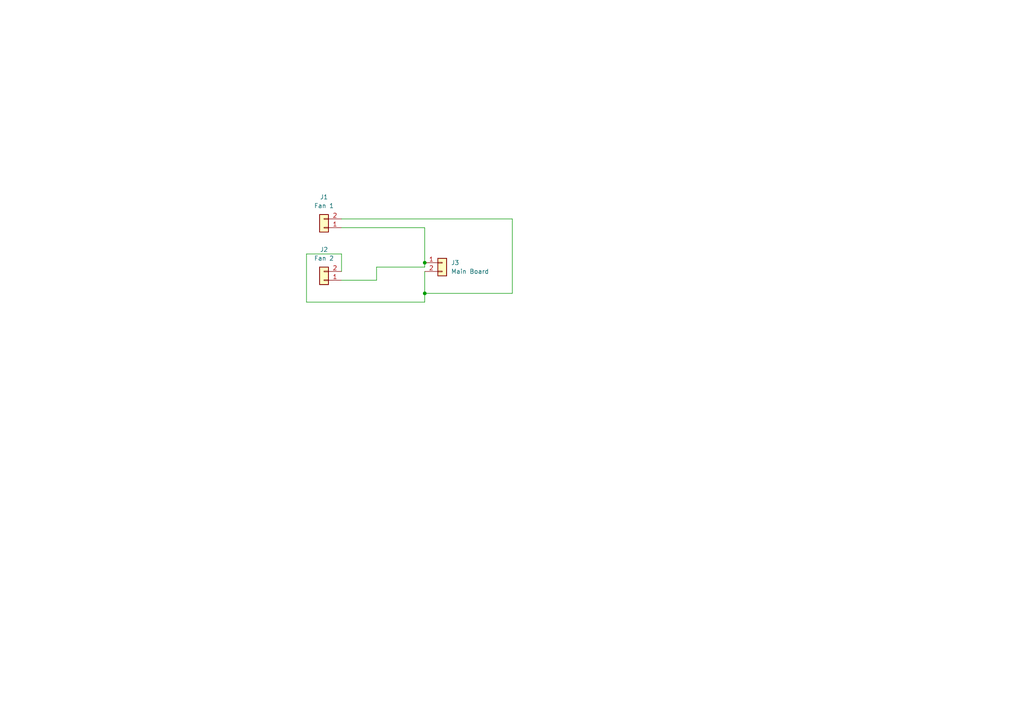
<source format=kicad_sch>
(kicad_sch (version 20211123) (generator eeschema)
  (paper "A4")
  (lib_symbols
    (symbol "Connector_Generic:Conn_01x02" (pin_names (offset 1.016) hide)
      (property "Reference" "J" (at 0 2.54 0))
      (property "Value" "Conn_01x02" (at 0 -5.08 0))
      (symbol "Conn_01x02_1_1"
        (rectangle (start -1.27 -2.413) (end 0 -2.667) (stroke (width 0.1524)))
        (rectangle (start -1.27 0.127) (end 0 -0.127) (stroke (width 0.1524)))
        (rectangle (start -1.27 1.27) (end 1.27 -3.81) (stroke (width 0.254)) (fill (type background)))
        (pin passive line (at -5.08 0 0) (length 3.81) (name "Pin_1") (number "1"))
        (pin passive line (at -5.08 -2.54 0) (length 3.81) (name "Pin_2") (number "2"))
      )
    )
  )
  (junction (at 123.19 76.2))
  (junction (at 123.19 85.09))
  (wire (pts (xy 123.19 85.09) (xy 123.19 87.63)))
  (wire (pts (xy 123.19 78.74) (xy 123.19 85.09)))
  (wire (pts (xy 88.9 73.66) (xy 88.9 87.63)))
  (wire (pts (xy 148.59 85.09) (xy 123.19 85.09)))
  (wire (pts (xy 99.06 73.66) (xy 88.9 73.66)))
  (wire (pts (xy 123.19 66.04) (xy 99.06 66.04)))
  (wire (pts (xy 99.06 78.74) (xy 99.06 73.66)))
  (wire (pts (xy 109.22 77.47) (xy 123.19 77.47)))
  (wire (pts (xy 99.06 63.5) (xy 148.59 63.5)))
  (wire (pts (xy 88.9 87.63) (xy 123.19 87.63)))
  (wire (pts (xy 123.19 76.2) (xy 123.19 66.04)))
  (wire (pts (xy 99.06 81.28) (xy 109.22 81.28)))
  (wire (pts (xy 148.59 63.5) (xy 148.59 85.09)))
  (wire (pts (xy 109.22 81.28) (xy 109.22 77.47)))
  (wire (pts (xy 123.19 77.47) (xy 123.19 76.2)))
  (symbol (lib_id "Connector_Generic:Conn_01x02") (at 128.27 76.2 0) (unit 1)
    (property "Reference" "J3" (at 130.81 76.1999 0) (effects (justify left)))
    (property "Value" "Main Board" (at 130.81 78.7399 0) (effects (justify left)))
    (property "Footprint" "Connector_JST:JST_XH_B2B-XH-A_1x02_P2.50mm_Vertical" (effects hide))
  )
  (symbol (lib_id "Connector_Generic:Conn_01x02") (at 93.98 66.04 180) (unit 1)
    (property "Reference" "J1" (at 93.98 57.15 0))
    (property "Value" "Fan 1" (at 93.98 59.69 0))
    (property "Footprint" "Connector_JST:JST_XH_B2B-XH-A_1x02_P2.50mm_Vertical" (effects hide))
  )
  (symbol (lib_id "Connector_Generic:Conn_01x02") (at 93.98 81.28 180) (unit 1)
    (property "Reference" "J2" (at 93.98 72.39 0))
    (property "Value" "Fan 2" (at 93.98 74.93 0))
    (property "Footprint" "Connector_JST:JST_XH_B2B-XH-A_1x02_P2.50mm_Vertical" (effects hide))
  )
)
</source>
